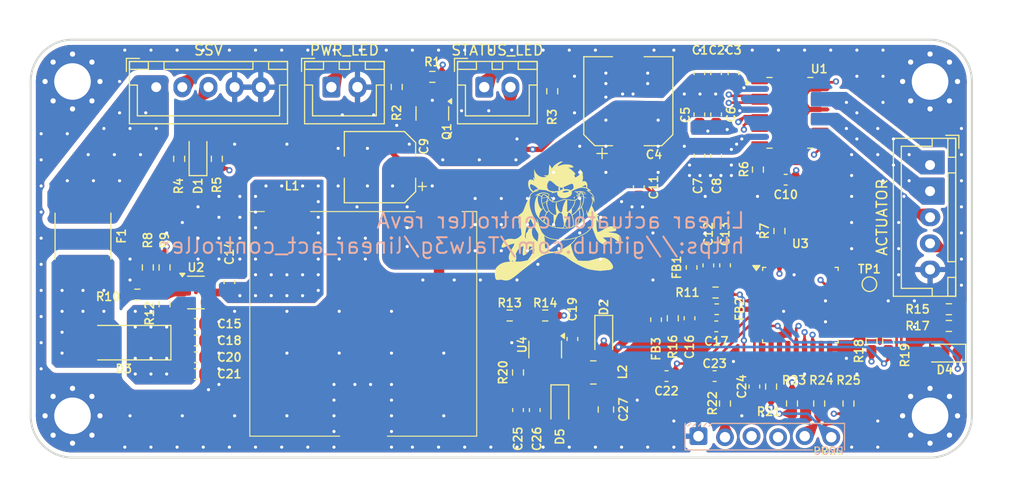
<source format=kicad_pcb>
(kicad_pcb (version 20241229) (generator "pcbnew") (generator_version "9.0")
  (layers (0 "F.Cu" signal) (4 "In1.Cu" signal) (6 "In2.Cu" signal) (2 "B.Cu" signal) (13 "F.Paste" user) (15 "B.Paste" user) (5 "F.SilkS" user "F.Silkscreen") (7 "B.SilkS" user "B.Silkscreen") (1 "F.Mask" user) (3 "B.Mask" user) (25 "Edge.Cuts" user))
  (net 0 "")
  (net 1 "GND")
  (net 2 "CONTROL_POT")
  (net 3 "POSITION_POT")
  (net 4 "Net-(U1-VCP)")
  (net 5 "Net-(U1-VCC)")
  (net 6 "Net-(D3-K)")
  (net 7 "+24V")
  (net 8 "Net-(U2-SW)")
  (net 9 "Net-(D5-K)")
  (net 10 "+3.3VA")
  (net 11 "+3.3V")
  (net 12 "HB_VISEN")
  (net 13 "/uC/3V3_STM")
  (net 14 "Net-(U2-CB)")
  (net 15 "Net-(D2-K)")
  (net 16 "/uC/3V3A_STM")
  (net 17 "Net-(J5-Pin_2)")
  (net 18 "STATUS_LED")
  (net 19 "Net-(FB3-Pad2)")
  (net 20 "Net-(J1-Pin_3)")
  (net 21 "Net-(J2-Pin_1)")
  (net 22 "OUT1")
  (net 23 "OUT2")
  (net 24 "Net-(J3-Pin_1)")
  (net 25 "Net-(J3-Pin_2)")
  (net 26 "Net-(J4-Pin_4)")
  (net 27 "Net-(J5-Pin_4)")
  (net 28 "Net-(J5-Pin_5)")
  (net 29 "PROG_NRST")
  (net 30 "PROG_RX")
  (net 31 "PROG_TX")
  (net 32 "PROG_BOOT0")
  (net 34 "Net-(J5-Pin_6)")
  (net 35 "Net-(U2-EN)")
  (net 36 "Net-(U2-FB)")
  (net 37 "Net-(U1-ISET)")
  (net 38 "HB_nFAULT")
  (net 39 "Net-(U4-FB)")
  (net 40 "Net-(U1-nFAULT)")
  (net 41 "Net-(U4-EN)")
  (net 42 "Net-(U1-VISEN)")
  (net 43 "HB_ENBL")
  (net 44 "HB_nSLEEP")
  (net 45 "HB_DIR")
  (net 61 "VIN")
  (net 63 "Net-(D3-A)")
  (footprint "TestPoint:TestPoint_Pad_D1.0mm" (layer "F.Cu") (at 135.2 103.4)
    (property "Reference" "TP1")
    (property "Value" "DBG")
  )
  (footprint "Resistor_SMD:R_0603_1608Metric_Pad0.98x0.95mm_HandSolder" (layer "F.Cu") (at 133.2 114.825 90)
    (property "Reference" "R25")
    (property "Value" "10")
  )
  (footprint "MountingHole:MountingHole_3.5mm_Pad_Via" (layer "F.Cu") (at 59 116)
    (property "Reference" "H3" (hide yes))
    (property "Value" "MountingHole_Pad")
  )
  (footprint "Inductor_SMD:L_0603_1608Metric_Pad1.05x0.95mm_HandSolder" (layer "F.Cu") (at 114.8 106.8 -90)
    (property "Reference" "FB3")
    (property "Value" "BLM18PG471SN1D")
  )
  (footprint "Diode_SMD:D_SOD-323_HandSoldering" (layer "F.Cu") (at 71 91 90)
    (property "Reference" "D1")
    (property "Value" "3V")
  )
  (footprint "Capacitor_SMD:C_0603_1608Metric_Pad1.08x0.95mm_HandSolder" (layer "F.Cu") (at 103.2 115.45 -90)
    (property "Reference" "C26")
    (property "Value" "100n/100V")
  )
  (footprint "Package_TO_SOT_SMD:SOT-23-6" (layer "F.Cu") (at 70.8 104.2)
    (property "Reference" "U2")
    (property "Value" "LMR51635XDDCR")
  )
  (footprint "Resistor_SMD:R_0603_1608Metric_Pad0.98x0.95mm_HandSolder" (layer "F.Cu") (at 72.8 91.4 90)
    (property "Reference" "R5")
    (property "Value" "10k")
  )
  (footprint "Resistor_SMD:R_0603_1608Metric_Pad0.98x0.95mm_HandSolder" (layer "F.Cu") (at 125.8 113.2 -90)
    (property "Reference" "R21")
    (property "Value" "10k")
  )
  (footprint "Capacitor_SMD:C_0603_1608Metric_Pad1.08x0.95mm_HandSolder" (layer "F.Cu") (at 118 106.6625 -90)
    (property "Reference" "C16")
    (property "Value" "1u")
  )
  (footprint "Capacitor_SMD:C_0603_1608Metric_Pad1.08x0.95mm_HandSolder" (layer "F.Cu") (at 70.8 112)
    (property "Reference" "C21")
    (property "Value" "1u/100V")
  )
  (footprint "Capacitor_SMD:C_0603_1608Metric_Pad1.08x0.95mm_HandSolder" (layer "F.Cu") (at 70.8 108.8)
    (property "Reference" "C18")
    (property "Value" "1u/100V")
  )
  (footprint "Capacitor_SMD:CP_Elec_6.3x5.8" (layer "F.Cu") (at 88.4 92.2 180)
    (property "Reference" "C9")
    (property "Value" "22u/35V")
  )
  (footprint "Resistor_SMD:R_0603_1608Metric_Pad0.98x0.95mm_HandSolder" (layer "F.Cu") (at 90 84.525 -90)
    (property "Reference" "R2")
    (property "Value" "120")
  )
  (footprint "Capacitor_SMD:C_0603_1608Metric_Pad1.08x0.95mm_HandSolder" (layer "F.Cu") (at 120.54 91.0975 -90)
    (property "Reference" "C8")
    (property "Value" "100n/100V")
  )
  (footprint "Inductors:Pulse_PG1083.253NLT" (layer "F.Cu") (at 86.8 107.2 180)
    (property "Reference" "L1")
    (property "Value" "24.5uH")
  )
  (footprint "Capacitor_SMD:C_0603_1608Metric_Pad1.08x0.95mm_HandSolder" (layer "F.Cu") (at 70.8 110.4)
    (property "Reference" "C20")
    (property "Value" "1u/100V")
  )
  (footprint "Capacitor_SMD:C_0603_1608Metric_Pad1.08x0.95mm_HandSolder" (layer "F.Cu") (at 127.2 93.4 180)
    (property "Reference" "C10")
    (property "Value" "1u/100V")
  )
  (footprint "Capacitor_SMD:C_0603_1608Metric_Pad1.08x0.95mm_HandSolder" (layer "F.Cu") (at 120.54 83.2 90)
    (property "Reference" "C2")
    (property "Value" "100n/100V")
  )
  (footprint "Connector_JST:JST_XH_B5B-XH-A_1x05_P2.50mm_Vertical" (layer "F.Cu") (at 141 92 -90)
    (property "Reference" "J4" (hide yes))
    (property "Value" "ACTUATOR")
  )
  (footprint "Resistor_SMD:R_0603_1608Metric_Pad0.98x0.95mm_HandSolder" (layer "F.Cu") (at 69.2 91.4 -90)
    (property "Reference" "R4")
    (property "Value" "75k")
  )
  (footprint "Monolithic_Power_Systems:TSSOP-20-1EP_4.4x6.5mm_P0.65mm_handsolder" (layer "F.Cu") (at 127.6 87)
    (property "Reference" "U1")
    (property "Value" "MP6612")
  )
  (footprint "Connector_JST:JST_XH_B2B-XH-A_1x02_P2.50mm_Vertical" (layer "F.Cu") (at 83.75 84.540031)
    (property "Reference" "J2" (hide yes))
    (property "Value" "PWR_LED")
  )
  (footprint "Diode_SMD:D_SOD-323_HandSoldering" (layer "F.Cu") (at 142.4 110 180)
    (property "Reference" "D4")
    (property "Value" "3V")
  )
  (footprint "Resistor_SMD:R_0603_1608Metric_Pad0.98x0.95mm_HandSolder" (layer "F.Cu") (at 104.2 106.4 180)
    (property "Reference" "R14")
    (property "Value" "124k 1%")
  )
  (footprint "Capacitor_SMD:C_0603_1608Metric_Pad1.08x0.95mm_HandSolder" (layer "F.Cu") (at 122.2 83.2 -90)
    (property "Reference" "C3")
    (property "Value" "1u/100V")
  )
  (footprint "Capacitor_SMD:C_0603_1608Metric_Pad1.08x0.95mm_HandSolder" (layer "F.Cu") (at 115.8 112.2 180)
    (property "Reference" "C22")
    (property "Value" "1u/100V")
  )
  (footprint "Package_QFP:LQFP-32_7x7mm_P0.8mm" (layer "F.Cu") (at 128.6 105.4)
    (property "Reference" "U3")
    (property "Value" "STM32F030K6Tx")
  )
  (footprint "Resistor_SMD:R_0603_1608Metric_Pad0.98x0.95mm_HandSolder" (layer "F.Cu") (at 142.8 107.4 180)
    (property "Reference" "R17")
    (property "Value" "10k")
  )
  (footprint "Resistor_SMD:R_0603_1608Metric_Pad0.98x0.95mm_HandSolder" (layer "F.Cu") (at 137 108.8 90)
    (property "Reference" "R19")
    (property "Value" "10k")
  )
  (footprint "Resistor_SMD:R_0603_1608Metric_Pad0.98x0.95mm_HandSolder" (layer "F.Cu") (at 135.4 108.8 -90)
    (property "Reference" "R18")
    (property "Value" "10")
  )
  (footprint "Resistor_SMD:R_0603_1608Metric_Pad0.98x0.95mm_HandSolder" (layer "F.Cu") (at 126.6 98.3125 90)
    (property "Reference" "R7")
    (property "Value" "10k")
  )
  (footprint "Capacitor_SMD:C_0603_1608Metric_Pad1.08x0.95mm_HandSolder" (layer "F.Cu") (at 106.8 108.65 -90)
    (property "Reference" "C19")
    (property "Value" "100n/100V")
  )
  (footprint "Capacitor_SMD:C_0805_2012Metric_Pad1.18x1.45mm_HandSolder" (layer "F.Cu") (at 110 115.4 -90)
    (property "Reference" "C27")
    (property "Value" "10u/16V")
  )
  (footprint "Resistor_SMD:R_0603_1608Metric_Pad0.98x0.95mm_HandSolder" (layer "F.Cu") (at 120.4875 104.2)
    (property "Reference" "R11")
    (property "Value" "10k")
  )
  (footprint "Capacitor_SMD:C_0603_1608Metric_Pad1.08x0.95mm_HandSolder" (layer "F.Cu") (at 118.94 87.16 -90)
    (property "Reference" "C5")
    (property "Value" "1u/100V")
  )
  (footprint "Resistor_SMD:R_0603_1608Metric_Pad0.98x0.95mm_HandSolder" (layer "F.Cu") (at 121.39 114.825 90)
    (property "Reference" "R22")
    (property "Value" "10")
  )
  (footprint "Resistor_SMD:R_0603_1608Metric_Pad0.98x0.95mm_HandSolder" (layer "F.Cu") (at 93.406486 83.557928)
    (property "Reference" "R1")
    (property "Value" "10k")
  )
  (footprint "Fuse:Fuse_2920_7451Metric_Pad2.10x5.45mm_HandSolder" (layer "F.Cu") (at 60 98.8 -90)
    (property "Reference" "F1")
    (property "Value" "SMD200F/24-2920-2")
  )
  (footprint "MountingHole:MountingHole_3.5mm_Pad_Via" (layer "F.Cu") (at 141 116)
    (property "Reference" "H4" (hide yes))
    (property "Value" "MountingHole_Pad")
  )
  (footprint "Capacitor_SMD:C_0603_1608Metric_Pad1.08x0.95mm_HandSolder" (layer "F.Cu") (at 119.8 101.6 90)
    (property "Reference" "C12")
    (property "Value" "100n/100V")
  )
  (footprint "Resistor_SMD:R_0603_1608Metric_Pad0.98x0.95mm_HandSolder" (layer "F.Cu") (at 116.4 106.6625 90)
    (property "Reference" "R16")
    (property "Value" "10")
  )
  (footprint "Capacitor_SMD:C_0603_1608Metric_Pad1.08x0.95mm_HandSolder" (layer "F.Cu") (at 120.54 87.16 -90)
    (property "Reference" "C6")
    (property "Value" "100n/100V")
  )
  (footprint "Diode_SMD:D_SMA_Handsoldering" (layer "F.Cu") (at 63.9 109 180)
    (property "Reference" "D3")
    (property "Value" "SE30AFBHM3/6A")
  )
  (footprint "Resistor_SMD:R_0603_1608Metric_Pad0.98x0.95mm_HandSolder" (layer "F.Cu") (at 104.871704 84.925 -90)
    (property "Reference" "R3")
    (property "Value" "120")
  )
  (footprint "Resistor_SMD:R_0603_1608Metric_Pad0.98x0.95mm_HandSolder" (layer "F.Cu") (at 101.6 111.85 90)
    (property "Reference" "R20")
    (property "Value" "100k/100V")
  )
  (footprint "Package_TO_SOT_SMD:TSOT-23-6" (layer "F.Cu") (at 104.2 109.65 -90)
    (property "Reference" "U4")
    (property "Value" "MP2459")
  )
  (footprint "Capacitor_SMD:C_0603_1608Metric_Pad1.08x0.95mm_HandSolder" (layer "F.Cu") (at 120.4 112.2 180)
    (property "Reference" "C23")
    (property "Value" "1u/100V")
  )
  (footprint "Resistor_SMD:R_0603_1608Metric_Pad0.98x0.95mm_HandSolder" (layer "F.Cu") (at 67.8 105.3125 90)
    (property "Reference" "R12")
    (property "Value" "100k 0.1%")
  )
  (footprint "Connector_JST:JST_XH_B5B-XH-A_1x05_P2.50mm_Vertical" (layer "F.Cu") (at 67 84.540031)
    (property "Reference" "J1" (hide yes))
    (property "Value" "SSV")
  )
  (footprint "Resistor_SMD:R_0603_1608Metric_Pad0.98x0.95mm_HandSolder" (layer "F.Cu") (at 130.4 114.825 90)
    (property "Reference" "R24")
    (property "Value" "10")
  )
  (footprint "Resistor_SMD:R_0603_1608Metric_Pad0.98x0.95mm_HandSolder" (layer "F.Cu") (at 65.2 104.4 180)
    (property "Reference" "R10")
    (property "Value" "3.48k 0.1%")
  )
  (footprint "connectors:6pins_prog_header" (layer "F.Cu") (at 118.85 118)
    (property "Reference" "J5" (hide yes))
    (property "Value" "PROG")
  )
  (footprint "Capacitor_SMD:C_0603_1608Metric_Pad1.08x0.95mm_HandSolder" (layer "F.Cu") (at 70.8 107.2)
    (property "Reference" "C15")
    (property "Value" "100n/100V")
  )
  (footprint "Inductor_SMD:L_1008_2520Metric_Pad1.43x2.20mm_HandSolder" (layer "F.Cu") (at 108.8 111.85)
    (property "Reference" "L2")
    (property "Value" "22u")
  )
  (footprint "Resistor_SMD:R_0603_1608Metric_Pad0.98x0.95mm_HandSolder" (layer "F.Cu") (at 66.2 101.8 90)
    (property "Reference" "R8")
    (property "Value" "3.48k 0.1%")
  )
  (footprint "Capacitor_SMD:C_0603_1608Metric_Pad1.08x0.95mm_HandSolder" (layer "F.Cu") (at 113.1475 94.125 -90)
    (property "Reference" "C11")
    (property "Value" "10u/35V")
  )
  (footprint "Capacitor_SMD:C_0603_1608Metric_Pad1.08x0.95mm_HandSolder" (layer "F.Cu") (at 121.4 101.6 90)
    (property "Reference" "C13")
    (property "Value" "100n/100V")
  )
  (footprint "Resistor_SMD:R_0603_1608Metric_Pad0.98x0.95mm_HandSolder" (layer "F.Cu") (at 67.8 101.8 -90)
    (property "Reference" "R9")
    (property "Value" "100k 0.1%")
  )
  (footprint "Diode_SMD:D_SOD-323_HandSoldering" (layer "F.Cu") (at 109.8 108.4 -90)
    (property "Reference" "D2")
    (property "Value" "1N4148")
  )
  (footprint "Capacitor_SMD:C_0603_1608Metric_Pad1.08x0.95mm_HandSolder" (layer "F.Cu") (at 124.2 113.2 -90)
    (property "Reference" "C24")
    (property "Value" "DNP")
  )
  (footprint "Capacitor_SMD:C_0603_1608Metric_Pad1.08x0.95mm_HandSolder" (layer "F.Cu") (at 101.6 115.45 -90)
    (property "Reference" "C25")
    (property "Value" "4.7u/35V")
  )
  (footprint "Resistor_SMD:R_0603_1608Metric_Pad0.98x0.95mm_HandSolder" (layer "F.Cu") (at 124.54 92.435 -90)
    (property "Reference" "R6")
    (property "Value" "5k")
  )
  (footprint "Capacitor_SMD:C_0603_1608Metric_Pad1.08x0.95mm_HandSolder" (layer "F.Cu") (at 118.94 83.2 90)
    (property "Reference" "C1")
    (property "Value" "1u/100V")
  )
  (footprint "Resistor_SMD:R_0603_1608Metric_Pad0.98x0.95mm_HandSolder" (layer "F.Cu") (at 100.8 106.4 180)
    (property "Reference" "R13")
    (property "Value" "40.2k 0.1%")
  )
  (footprint "Inductor_SMD:L_0603_1608Metric_Pad1.05x0.95mm_HandSolder" (layer "F.Cu") (at 118.2 101.8 90)
    (property "Reference" "FB1")
    (property "Value" "BLM18PG471SN1D")
  )
  (footprint "Capacitor_SMD:C_0603_1608Metric_Pad1.08x0.95mm_HandSolder" (layer "F.Cu") (at 120.56 107.44 180)
    (property "Reference" "C17")
    (property "Value" "100n/100V")
  )
  (footprint "Inductor_SMD:L_0603_1608Metric_Pad1.05x0.95mm_HandSolder" (layer "F.Cu") (at 120.6 105.8)
    (property "Reference" "FB2")
    (property "Value" "BLM18PG471SN1D")
  )
  (footprint "Diode_SMD:D_SOD-323_HandSoldering" (layer "F.Cu") (at 105.6 115.05 -90)
    (property "Reference" "D5")
    (property "Value" "B5819WS-TP")
  )
  (footprint "Capacitor_SMD:C_0603_1608Metric_Pad1.08x0.95mm_HandSolder" (layer "F.Cu") (at 118.94 91.0975 -90)
    (property "Reference" "C7")
    (property "Value" "1u/100V")
  )
  (footprint "Resistor_SMD:R_0603_1608Metric_Pad0.98x0.95mm_HandSolder" (layer "F.Cu") (at 127.8 114.825 90)
    (property "Reference" "R23")
    (property "Value" "10")
  )
  (footprint "Resistor_SMD:R_0603_1608Metric_Pad0.98x0.95mm_HandSolder" (layer "F.Cu") (at 142.8 105.8)
    (property "Reference" "R15")
    (property "Value" "75k")
  )
  (footprint "Logos:taz" (layer "F.Cu") (at 105.4 97.4)
    (property "Reference" "U5" (hide yes))
    (property "Value" "~" (hide yes))
  )
  (footprint "Capacitor_SMD:CP_Elec_8x10" (layer "F.Cu") (at 112.1475 85.89 90)
    (property "Reference" "C4")
    (property "Value" "100u")
  )
  (footprint "Connector_JST:JST_XH_B2B-XH-A_1x02_P2.50mm_Vertical" (layer "F.Cu") (at 98.371704 84.540031)
    (property "Reference" "J3" (hide yes))
    (property "Value" "STATUS_LED")
  )
  (footprint "Capacitor_SMD:C_0603_1608Metric_Pad1.08x0.95mm_HandSolder" (layer "F.Cu") (at 74 103.2 -90)
    (property "Reference" "C14")
    (property "Value" "100n/100V")
  )
  (footprint "MountingHole:MountingHole_3.5mm_Pad_Via" (layer "F.Cu") (at 141 84)
    (property "Reference" "H2" (hide yes))
    (property "Value" "MountingHole_Pad")
  )
  (footprint "MountingHole:MountingHole_3.5mm_Pad_Via" (layer "F.Cu") (at 59 84)
    (property "Reference" "H1" (hide yes))
    (property "Value" "MountingHole_Pad")
  )
  (footprint "Package_TO_SOT_SMD:SOT-23" (layer "F.Cu") (at 93.405779 87.057928 -90)
    (property "Reference" "Q1")
    (property "Value" "IRLML6344TRPBF")
  )
  (gr_arc (start 55 84) (mid 56.171573 81.171573) (end 59 80) (stroke (width 0.2)) (layer "Edge.Cuts"))
  (gr_arc (start 59 120) (mid 56.171573 118.828427) (end 55 116) (stroke (width 0.2)) (layer "Edge.Cuts"))
  (gr_arc (start 145 116) (mid 143.828427 118.828427) (end 141 120) (stroke (width 0.2)) (layer "Edge.Cuts"))
  (gr_line (start 55 116) (end 55 84) (stroke (width 0.2)) (layer "Edge.Cuts"))
  (gr_line (start 141 120) (end 59 120) (stroke (width 0.2)) (layer "Edge.Cuts"))
  (gr_line (start 145 84) (end 145 116) (stroke (width 0.2)) (layer "Edge.Cuts"))
  (gr_arc (start 141 80) (mid 143.828427 81.171573) (end 145 84) (stroke (width 0.2)) (layer "Edge.Cuts"))
  (gr_line (start 59 80) (end 141 80) (stroke (width 0.2)) (layer "Edge.Cuts"))
  (gr_text "Linear actuator controller revA\nhttps://github.com/Talw3g/linear_act_controller" (at 123.4 100.6 0) (layer "B.SilkS") (effects (font (size 1.5 1.5) (thickness 0.1875)) (justify left bottom mirror)))
  (segment (start 130.4875 86.675) (end 127.925 86.675) (width 0.5) (layer "F.Cu") (net 1))
  (segment (start 130.4875 89.275) (end 129.417 89.275) (width 0.5) (layer "F.Cu") (net 1))
  (segment (start 129.417 89.275) (end 129.4088 89.2832) (width 0.5) (layer "F.Cu") (net 1))
  (segment (start 130.4875 84.725) (end 129.321 84.725) (width 0.5) (layer "F.Cu") (net 1))
  (segment (start 127.925 86.675) (end 127.6 87) (width 0.5) (layer "F.Cu") (net 1))
  (segment (start 129.321 84.725) (end 129.2564 84.6604) (width 0.5) (layer "F.Cu") (net 1))
  (via (at 106.5 81) (size 0.6) (drill 0.3) (layers "F.Cu" "B.Cu") (net 1))
  (via (at 101.4 91.5) (size 0.6) (drill 0.3) (layers "F.Cu" "B.Cu") (net 1))
  (via (at 89.5 114.5) (size 0.6) (drill 0.3) (layers "F.Cu" "B.Cu") (net 1))
  (via (at 119.5 95) (size 0.6) (drill 0.3) (layers "F.Cu" "B.Cu") (net 1))
  (via (at 92.5 103) (size 0.6) (drill 0.3) (layers "F.Cu" "B.Cu") (net 1))
  (via (at 56 101.5) (size 0.6) (drill 0.3) (layers "F.Cu" "B.Cu") (net 1))
  (via (at 56 106.5) (size 0.6) (drill 0.3) (layers "F.Cu" "B.Cu") (net 1))
  (via (at 56 89) (size 0.6) (drill 0.3) (layers "F.Cu" "B.Cu") (net 1))
  (via (at 144 98.5) (size 0.6) (drill 0.3) (layers "F.Cu" "B.Cu") (net 1))
  (via (at 124 81) (size 0.6) (drill 0.3) (layers "F.Cu" "B.Cu") (net 1))
  (via (at 96.5 119) (size 0.6) (drill 0.3) (layers "F.Cu" "B.Cu") (net 1))
  (via (at 124.5 98.5) (size 0.6) (drill 0.3) (layers "F.Cu" "B.Cu") (net 1))
  (via (at 109.5 101) (size 0.6) (drill 0.3) (layers "F.Cu" "B.Cu") (net 1))
  (via (at 79.5 106) (size 0.6) (drill 0.3) (layers "F.Cu" "B.Cu") (net 1))
  (via (at 133.5 100) (size 0.6) (drill 0.3) (layers "F.Cu" "B.Cu") (net 1))
  (via (at 74 119) (size 0.6) (drill 0.3) (layers "F.Cu" "B.Cu") (net 1))
  (via (at 128 102.5) (size 0.6) (drill 0.3) (layers "F.Cu" "B.Cu") (net 1))
  (via (at 90 88.2) (size 0.6) (drill 0.3) (layers "F.Cu" "B.Cu") (net 1))
  (via (at 113 114.5) (size 0.6) (drill 0.3) (layers "F.Cu" "B.Cu") (net 1))
  (via (at 63.5 84) (size 0.6) (drill 0.3) (layers "F.Cu" "B.Cu") (net 1))
  (via (at 87.2 90.4) (size 0.6) (drill 0.3) (layers "F.Cu" "B.Cu") (net 1))
  (via (at 64 119) (size 0.6) (drill 0.3) (layers "F.Cu" "B.Cu") (net 1))
  (via (at 84 117.5) (size 0.6) (drill 0.3) (layers "F.Cu" "B.Cu") (net 1))
  (via (at 84 114.5) (size 0.6) (drill 0.3) (layers "F.Cu" "B.Cu") (net 1))
  (via (at 98 103) (size 0.6) (drill 0.3) (layers "F.Cu" "B.Cu") (net 1))
  (via (at 131.5 112) (size 0.6) (drill 0.3) (layers "F.Cu" "B.Cu") (net 1))
  (via (at 101 109) (size 0.6) (drill 0.3) (layers "F.Cu" "B.Cu") (net 1))
  (via (at 134 81) (size 0.6) (drill 0.3) (layers "F.Cu" "B.Cu") (net 1))
  (via (at 139.5 105) (size 0.6) (drill 0.3) (layers "F.Cu" "B.Cu") (net 1))
  (via (at 107.5 98.5) (size 0.6) (drill 0.3) (layers "F.Cu" "B.Cu") (net 1))
  (via (at 71.5 119) (size 0.6) (drill 0.3) (layers "F.Cu" "B.Cu") (net 1))
  (via (at 75 101) (size 0.6) (drill 0.3) (layers "F.Cu" "B.Cu") (net 1))
  (via (at 87.2 94) (size 0.6) (drill 0.3) (layers "F.Cu" "B.Cu") (net 1))
  (via (at 66.5 119) (size 0.6) (drill 0.3) (layers "F.Cu" "B.Cu") (net 1))
  (via (at 71 101) (size 0.6) (drill 0.3) (layers "F.Cu" "B.Cu") (net 1))
  (via (at 96.5 81) (size 0.6) (drill 0.3) (layers "F.Cu" "B.Cu") (net 1))
  (via (at 120 93) (size 0.6) (drill 0.3) (layers "F.Cu" "B.Cu") (net 1))
  (via (at 86 113) (size 0.6) (drill 0.3) (layers "F.Cu" "B.Cu") (net 1))
  (via (at 69.5 97.5) (size 0.6) (drill 0.3) (layers "F.Cu" "B.Cu") (net 1))
  (via (at 76.5 81) (size 0.6) (drill 0.3) (layers "F.Cu" "B.Cu") (net 1))
  (via (at 73 101) (size 0.6) (drill 0.3) (layers "F.Cu" "B.Cu") (net 1))
  (via (at 76.5 119) (size 0.6) (drill 0.3) (layers "F.Cu" "B.Cu") (net 1))
  (via (at 87 101) (size 0.6) (drill 0.3) (layers "F.Cu" "B.Cu") (net 1))
  (via (at 119.75 88.75) (size 0.6) (drill 0.3) (layers "F.Cu" "B.Cu") (net 1))
  (via (at 109 119) (size 0.6) (drill 0.3) (layers "F.Cu" "B.Cu") (net 1))
  (via (at 86.5 81) (size 0.6) (drill 0.3) (layers "F.Cu" "B.Cu") (net 1))
  (via (at 89.5 113) (size 0.6) (drill 0.3) (layers "F.Cu" "B.Cu") (net 1))
  (via (at 109.5 105) (size 0.6) (drill 0.3) (layers "F.Cu" "B.Cu") (net 1))
  (via (at 109 81) (size 0.6) (drill 0.3) (layers "F.Cu" "B.Cu") (net 1))
  (via (at 112.6 85.2) (size 0.6) (drill 0.3) (layers "F.Cu" "B.Cu") (net 1))
  (via (at 56 109) (size 0.6) (drill 0.3) (layers "F.Cu" "B.Cu") (net 1))
  (via (at 56 96.5) (size 0.6) (drill 0.3) (layers "F.Cu" "B.Cu") (net 1))
  (via (at 81.5 81) (size 0.6) (drill 0.3) (layers "F.Cu" "B.Cu") (net 1))
  (via (at 107 83.5) (size 0.6) (drill 0.3) (layers "F.Cu" "B.Cu") (net 1))
  (via (at 101.5 89.5) (size 0.6) (drill 0.3) (layers "F.Cu" "B.Cu") (net 1))
  (via (at 95.5 103) (size 0.6) (drill 0.3) (layers "F.Cu" "B.Cu") (net 1))
  (via (at 121.5 81) (size 0.6) (drill 0.3) (layers "F.Cu" "B.Cu") (net 1))
  (via (at 144 91) (size 0.6) (drill 0.3) (layers "F.Cu" "B.Cu") (net 1))
  (via (at 110 85.5) (size 0.6) (drill 0.3) (layers "F.Cu" "B.Cu") (net 1))
  (via (at 116.5 119) (size 0.6) (drill 0.3) (layers "F.Cu" "B.Cu") (net 1))
  (via (at 87.5 113) (size 0.6) (drill 0.3) (layers "F.Cu" "B.Cu") (net 1))
  (via (at 87 99) (size 0.6) (drill 0.3) (layers "F.Cu" "B.Cu") (net 1))
  (via (at 79 81) (size 0.6) (drill 0.3) (layers "F.Cu" "B.Cu") (net 1))
  (via (at 144 88.5) (size 0.6) (drill 0.3) (layers "F.Cu" "B.Cu") (net 1))
  (via (at 127 106) (size 0.6) (drill 0.3) (layers "F.Cu" "B.Cu") (net 1))
  (via (at 75 95) (size 0.6) (drill 0.3) (layers "F.Cu" "B.Cu") (net 1))
  (via (at 98.8 86.8) (size 0.6) (drill 0.3) (layers "F.Cu" "B.Cu") (net 1))
  (via (at 66.5 81) (size 0.6) (drill 0.3) (layers "F.Cu" "B.Cu") (net 1))
  (via (at 126.5 81) (size 0.6) (drill 0.3) (layers "F.Cu" "B.Cu") (net 1))
  (via (at 144 93.5) (size 0.6) (drill 0.3) (layers "F.Cu" "B.Cu") (net 1))
  (via (at 84.5 101) (size 0.6) (drill 0.3) (layers "F.Cu" "B.Cu") (net 1))
  (via (at 122 92) (size 0.6) (drill 0.3) (layers "F.Cu" "B.Cu") (net 1))
  (via (at 114.6 81) (size 0.6) (drill 0.3) (layers "F.Cu" "B.Cu") (net 1))
  (via (at 101.5 103) (size 0.6) (drill 0.3) (layers "F.Cu" "B.Cu") (net 1))
  (via (at 118 92) (size 0.6) (drill 0.3) (layers "F.Cu" "B.Cu") (net 1))
  (via (at 133.5 95) (size 0.6) (drill 0.3) (layers "F.Cu" "B.Cu") (net 1))
  (via (at 87.8 87.2) (size 0.6) (drill 0.3) (layers "F.Cu" "B.Cu") (net 1))
  (via (at 136 119) (size 0.6) (drill 0.3) (layers "F.Cu" "B.Cu") (net 1))
  (via (at 101 81) (size 0.6) (drill 0.3) (layers "F.Cu" "B.Cu") (net 1))
  (via (at 104 81) (size 0.6) (drill 0.3) (layers "F.Cu" "B.Cu") (net 1))
  (via (at 133.5 97.5) (size 0.6) (drill 0.3) (layers "F.Cu" "B.Cu") (net 1))
  (via (at 89 81) (size 0.6) (drill 0.3) (layers "F.Cu" "B.Cu") (net 1))
  (via (at 89.5 117.5) (size 0.6) (drill 0.3) (layers "F.Cu" "B.Cu") (net 1))
  (via (at 86.2 96) (size 0.6) (drill 0.3) (layers "F.Cu" "B.Cu") (net 1))
  (via (at 84.4 94) (size 0.6) (drill 0.3) (layers "F.Cu" "B.Cu") (net 1))
  (via (at 136.5 86) (size 0.6) (drill 0.3) (layers "F.Cu" "B.Cu") (net 1))
  (via (at 71 99) (size 0.6) (drill 0.3) (layers "F.Cu" "B.Cu") (net 1))
  (via (at 84.5 99) (size 0.6) (drill 0.3) (layers "F.Cu" "B.Cu") (net 1))
  (via (at 139.5 107.5) (size 0.6) (drill 0.3) (layers "F.Cu" "B.Cu") (net 1))
  (via (at 56 111.5) (size 0.6) (drill 0.3) (layers "F.Cu" "B.Cu") (net 1))
  (via (at 91.2 90) (size 0.6) (drill 0.3) (layers "F.Cu" "B.Cu") (net 1))
  (via (at 84.8 87.2) (size 0.6) (drill 0.3) (layers "F.Cu" "B.Cu") (net 1))
  (via (at 73 113) (size 0.6) (drill 0.3) (layers "F.Cu" "B.Cu") (net 1))
  (via (at 122.2 110.8) (size 0.6) (drill 0.3) (layers "F.Cu" "B.Cu") (net 1))
  (via (at 91.5 119) (size 0.6) (drill 0.3) (layers "F.Cu" "B.Cu") (net 1))
  (via (at 68 98.5) (size 0.6) (drill 0.3) (layers "F.Cu" "B.Cu") (net 1))
  (via (at 133.5 91) (size 0.6) (drill 0.3) (layers "F.Cu" "B.Cu") (net 1))
  (via (at 113.5 96) (size 0.6) (drill 0.3) (layers "F.Cu" "B.Cu") (net 1))
  (via (at 73 108.5) (size 0.6) (drill 0.3) (layers "F.Cu" "B.Cu") (net 1))
  (via (at 133.5 119) (size 0.6) (drill 0.3) (layers "F.Cu" "B.Cu") (net 1))
  (via (at 133 110.5) (size 0.6) (drill 0.3) (layers "F.Cu" "B.Cu") (net 1))
  (via (at 107 87) (size 0.6) (drill 0.3) (layers "F.Cu" "B.Cu") (net 1))
  (via (at 84 113) (size 0.6) (drill 0.3) (layers "F.Cu" "B.Cu") (net 1))
  (via (at 131.5 81) (size 0.6) (drill 0.3) (layers "F.Cu" "B.Cu") (net 1))
  (via (at 144 101) (size 0.6) (drill 0.3) (layers "F.Cu" "B.Cu") (net 1))
  (via (at 94 81) (size 0.6) (drill 0.3) (layers "F.Cu" "B.Cu") (net 1))
  (via (at 131 107) (size 0.6) (drill 0.3) (layers "F.Cu" "B.Cu") (net 1))
  (via (at 64.5 103) (size 0.6) (drill 0.3) (layers "F.Cu" "B.Cu") (net 1))
  (via (at 106.5 119) (size 0.6) (drill 0.3) (layers "F.Cu" "B.Cu") (net 1))
  (via (at 134 83.5) (size 0.6) (drill 0.3) (layers "F.Cu" "B.Cu") (net 1))
  (via (at 110 83.2) (size 0.6) (drill 0.3) (layers "F.Cu" "B.Cu") (net 1))
  (via (at 110 84.2) (size 0.6) (drill 0.3) (layers "F.Cu" "B.Cu") (net 1))
  (via (at 114 119) (size 0.6) (drill 0.3) (layers "F.Cu" "B.Cu") (net 1))
  (via (at 84.5 110) (size 0.6) (drill 0.3) (layers "F.Cu" "B.Cu") (net 1))
  (via (at 111.6 85.2) (size 0.6) (drill 0.3) (layers "F.Cu" "B.Cu") (net 1))
  (via (at 122 93) (size 0.6) (drill 0.3) (layers "F.Cu" "B.Cu") (net 1))
  (via (at 94.5 116) (size 0.6) (drill 0.3) (layers "F.Cu" "B.Cu") (net 1))
  (via (at 119 81) (size 0.6) (drill 0.3) (layers "F.Cu" "B.Cu") (net 1))
  (via (at 73 107) (size 0.6) (drill 0.3) (layers "F.Cu" "B.Cu") (net 1))
  (via (at 109.5 97) (size 0.6) (drill 0.3) (layers "F.Cu" "B.Cu") (net 1))
  (via (at 74.5 90) (size 0.6) (drill 0.3) (layers "F.Cu" "B.Cu") (net 1))
  (via (at 74 81) (size 0.6) (drill 0.3) (layers "F.Cu" "B.Cu") (net 1))
  (via (at 136.5 93.5) (size 0.6) (drill 0.3) (layers "F.Cu" "B.Cu") (net 1))
  (via (at 73 111.5) (size 0.6) (drill 0.3) (layers "F.Cu" "B.Cu") (net 1))
  (via (at 103.5 101.5) (size 0.6) (drill 0.3) (layers "F.Cu" "B.Cu") (net 1))
  (via (at 73 99) (size 0.6) (drill 0.3) (layers "F.Cu" "B.Cu") (net 1))
  (via (at 79 119) (size 0.6) (drill 0.3) (layers "F.Cu" "B.Cu") (net 1))
  (via (at 84.4 90.4) (size 0.6) (drill 0.3) (layers "F.Cu" "B.Cu") (net 1))
  (via (at 89.5 106) (size 0.6) (drill 0.3) (layers "F.Cu" "B.Cu") (net 1))
  (via (at 119.5 98.5) (size 0.6) (drill 0.3) (layers "F.Cu" "B.Cu") (net 1))
  (via (at 114.5 103) (size 0.6) (drill 0.3) (layers "F.Cu" "B.Cu") (net 1))
  (via (at 114.5 98.5) (size 0.6) (drill 0.3) (layers "F.Cu" "B.Cu") (net 1))
  (via (at 99 119) (size 0.6) (drill 0.3) (layers "F.Cu" "B.Cu") (net 1))
  (via (at 124.5 95) (size 0.6) (drill 0.3) (layers "F.Cu" "B.Cu") (net 1))
  (via (at 56 91.5) (size 0.6) (drill 0.3) (layers "F.Cu" "B.Cu") (net 1))
  (via (at 94.4 91.5) (size 0.6) (drill 0.3) (layers "F.Cu" "B.Cu") (net 1))
  (via (at 116.5 116.5) (size 0.6) (drill 0.3) (layers "F.Cu" "B.Cu") (net 1))
  (via (at 56 99) (size 0.6) (drill 0.3) (layers "F.Cu" "B.Cu") (net 1))
  (via (at 94.5 110) (size 0.6) (drill 0.3) (layers "F.Cu" "B.Cu") (net 1))
  (via (at 89.5 119) (size 0.6) (drill 0.3) (layers "F.Cu" "B.Cu") (net 1))
  (via (at 144 103.5) (size 0.6) (drill 0.3) (layers "F.Cu" "B.Cu") (net 1))
  (via (at 75 99) (size 0.6) (drill 0.3) (layers "F.Cu" "B.Cu") (net 1))
  (via (at 111.5 119) (size 0.6) (drill 0.3) (layers "F.Cu" "B.Cu") (net 1))
  (via (at 64.5 116) (size 0.6) (drill 0.3) (layers "F.Cu" "B.Cu") (net 1))
  (via (at 131 105) (size 0.6) (drill 0.3) (layers "F.Cu" "B.Cu") (net 1))
  (via (at 144 96) (size 0.6) (drill 0.3) (layers "F.Cu" "B.Cu") (net 1))
  (via (at 84 116) (size 0.6) (drill 0.3) (layers "F.Cu" "B.Cu") (net 1))
  (via (at 81.5 119) (size 0.6) (drill 0.3) (layers "F.Cu" "B.Cu") (net 1))
  (via (at 73 95) (size 0.6) (drill 0.3) (layers "F.Cu" "B.Cu") (net 1))
  (via (at 137 105) (size 0.6) (drill 0.3) (layers "F.Cu" "B.Cu") (net 1))
  (via (at 58.5 89) (size 0.6) (drill 0.3) (layers "F.Cu" "B.Cu") (net 1))
  (via (at 84 81) (size 0.6) (drill 0.3) (layers "F.Cu" "B.Cu") (net 1))
  (via (at 64 81) (size 0.6) (drill 0.3) (layers "F.Cu" "B.Cu") (net 1))
  (via (at 97.9 91.5) (size 0.6) (drill 0.3) (layers "F.Cu" "B.Cu") (net 1))
  (via (at 72 113.5) (size 0.6) (drill 0.3) (layers "F.Cu" "B.Cu") (net 1))
  (via (at 134 112) (size 0.6) (drill 0.3) (layers "F.Cu" "B.Cu") (net 1))
  (via (at 79.5 116) (size 0.6) (drill 0.3) (layers "F.Cu" "B.Cu") (net 1))
  (via (at 101.5 119) (size 0.6) (drill 0.3) (layers "F.Cu" "B.Cu") (net 1))
  (via (at 136.5 81) (size 0.6) (drill 0.3) (layers "F.Cu" "B.Cu") (net 1))
  (via (at 71.5 81) (size 0.6) (drill 0.3) (layers "F.Cu" "B.Cu") (net 1))
  (via (at 93.405779 85.8) (size 0.6) (drill 0.3) (layers "F.Cu" "B.Cu") (net 1))
  (via (at 136 116.5) (size 0.6) (drill 0.3) (layers "F.Cu" "B.Cu") (net 1))
  (via (at 118 93) (size 0.6) (drill 0.3) (layers "F.Cu" "B.Cu") (net 1))
  (via (at 71 96) (size 0.6) (drill 0.3) (layers "F.Cu" "B.Cu") (net 1))
  (via (at 129 81) (size 0.6) (drill 0.3) (layers "F.Cu" "B.Cu") (net 1))
  (via (at 75 97) (size 0.6) (drill 0.3) (layers "F.Cu" "B.Cu") (net 1))
  (via (at 119 93) (size 0.6) (drill 0.3) (layers "F.Cu" "B.Cu") (net 1))
  (via (at 69.5 116) (size 0.6) (drill 0.3) (layers "F.Cu" "B.Cu") (net 1))
  (via (at 111.5 95.5) (size 0.6) (drill 0.3) (layers "F.Cu" "B.Cu") (net 1))
  (via (at 74.5 116) (size 0.6) (drill 0.3) (layers "F.Cu" "B.Cu") (net 1))
  (via (at 91.5 81) (size 0.6) (drill 0.3) (layers "F.Cu" "B.Cu") (net 1))
  (via (at 138.5 95) (size 0.6) (drill 0.3) (layers "F.Cu" "B.Cu") (net 1))
  (via (at 73 97) (size 0.6) (drill 0.3) (layers "F.Cu" "B.Cu") (net 1))
  (via (at 94 119) (size 0.6) (drill 0.3) (layers "F.Cu" "B.Cu") (net 1))
  (via (at 133.5 93) (size 0.6) (drill 0.3) (layers "F.Cu" "B.Cu") (net 1))
  (via (at 125 116) (size 0.6) (drill 0.3) (layers "F.Cu" "B.Cu") (net 1))
  (via (at 56 94) (size 0.6) (drill 0.3) (layers "F.Cu" "B.Cu") (net 1))
  (via (at 74.5 106) (size 0.6) (drill 0.3) (layers "F.Cu" "B.Cu") (net 1))
  (via (at 99 81) (size 0.6) (drill 0.3) (layers "F.Cu" "B.Cu") (net 1))
  (via (at 96.2 86.8) (size 0.6) (drill 0.3) (layers "F.Cu" "B.Cu") (net 1))
  (via (at 84 119) (size 0.6) (drill 0.3) (layers "F.Cu" "B.Cu") (net 1))
  (via (at 138 102.5) (size 0.6) (drill 0.3) (layers "F.Cu" "B.Cu") (net 1))
  (via (at 89.5 116) (size 0.6) (drill 0.3) (layers "F.Cu" "B.Cu") (net 1))
  (via (at 138 97.5) (size 0.6) (drill 0.3) (layers "F.Cu" "B.Cu") (net 1))
  (via (at 114 84.2) (size 0.6) (drill 0.3) (layers "F.Cu" "B.Cu") (net 1))
  (via (at 79.5 110) (size 0.6) (drill 0.3) (layers "F.Cu" "B.Cu") (net 1))
  (via (at 136.5 83.5) (size 0.6) (drill 0.3) (layers "F.Cu" "B.Cu") (net 1))
  (via (at 73 110) (size 0.6) (drill 0.3) (layers "F.Cu" "B.Cu") (net 1))
  (via (at 123 116) (size 0.6) (drill 0.3) (layers "F.Cu" "B.Cu") (net 1))
  (via (at 105.5 100) (size 0.6) (drill 0.3) (layers "F.Cu" "B.Cu") (net 1))
  (via (at 79.5 90) (size 0.6) (drill 0.3) (layers "F.Cu" "B.Cu") (net 1))
  (via (at 116.5 81) (size 0.6) (drill 0.3) (layers "F.Cu" "B.Cu") (net 1))
  (via (at 69 81) (size 0.6) (drill 0.3) (layers "F.Cu" "B.Cu") (net 1))
  (via (at 69 119) (size 0.6) (drill 0.3) (layers "F.Cu" "B.Cu") (net 1))
  (via (at 56 104) (size 0.6) (drill 0.3) (layers "F.Cu" "B.Cu") (net 1))
  (via (at 138 100) (size 0.6) (drill 0.3) (layers "F.Cu" "B.Cu") (net 1))
  (via (at 121 93) (size 0.6) (drill 0.3) (layers "F.Cu" "B.Cu") (net 1))
  (via (at 112.5 96) (size 0.6) (drill 0.3) (layers "F.Cu" "B.Cu") (net 1))
  (via (at 84.5 106) (size 0.6) (drill 0.3) (layers "F.Cu" "B.Cu") (net 1))
  (via (at 64.5 101) (size 0.6) (drill 0.3) (layers "F.Cu" "B.Cu") (net 1))
  (via (at 104 119) (size 0.6) (drill 0.3) (layers "F.Cu" "B.Cu") (net 1))
  (via (at 129 112) (size 0.6) (drill 0.3) (layers "F.Cu" "B.Cu") (net 1))
  (via (at 121.6 88.6) (size 0.6) (drill 0.3) (layers "F.Cu" "B.Cu") (net 1))
  (via (at 89.5 110) (size 0.6) (drill 0.3) (layers "F.Cu" "B.Cu") (net 1))
  (via (at 114 83.2) (size 0.6) (drill 0.3) (layers "F.Cu" "B.Cu") (net 1))
  (segment (start 119.20349 111) (end 123.60349 106.6) (width 0.25) (layer "F.Cu") (net 2))
  (segment (start 70.9375 92.3125) (end 71 92.25) (width 0.25) (layer "F.Cu") (net 2))
  (segment (start 72.8 92.3125) (end 73.8125 92.3125) (width 0.25) (layer "F.Cu") (net 2))
  (segment (start 71 92.25) (end 72.7375 92.25) (width 0.25) (layer "F.Cu") (net 2))
  (segment (start 116.8 111) (end 119.20349 111) (width 0.25) (layer "F.Cu") (net 2))
  (segment (start 123.60349 106.6) (end 124.425 106.6) (width 0.25) (layer "F.Cu") (net 2))
  (segment (start 73.8125 92.3125) (end 74 92.5) (width 0.25) (layer "F.Cu") (net 2))
  (segment (start 69.2 92.3125) (end 70.9375 92.3125) (width 0.25) (layer "F.Cu") (net 2))
  (segment (start 116.6625 112.2) (end 116.6625 111.1375) (width 0.25) (layer "F.Cu") (net 2))
  (segment (start 116.6625 111.1375) (end 116.8 111) (width 0.25) (layer "F.Cu") (net 2))
  (segment (start 72.7375 92.25) (end 72.8 92.3125) (width 0.25) (layer "F.Cu") (net 2))
  (via (at 74 92.5) (size 0.6) (drill 0.3) (layers "F.Cu" "B.Cu") (net 2))
  (via (at 116.8 111) (size 0.6) (drill 0.3) (layers "F.Cu" "B.Cu") (net 2))
  (segment (start 143.7125 109.1375) (end 143.7125 107.4) (width 0.25) (layer "F.Cu") (net 3))
  (segment (start 143.65 109.2) (end 143.7125 109.1375) (width 0.25) (layer "F.Cu") (net 3))
  (segment (start 126.425 107.4) (end 124.425 107.4) (width 0.25) (layer "F.Cu") (net 3))
  (segment (start 121.2625 112.2) (end 121.2625 109.812501) (width 0.25) (layer "F.Cu") (net 3))
  (segment (start 143.65 110.35) (end 143.65 109.2) (width 0.25) (layer "F.Cu") (net 3))
  (segment (start 143.7125 105.8) (end 143.7125 107.4) (width 0.25) (layer "F.Cu") (net 3))
  (segment (start 123.675001 107.4) (end 124.425 107.4) (width 0.25) (layer "F.Cu") (net 3))
  (segment (start 143.649926 111.5) (end 143.649926 110.350074) (width 0.25) (layer "F.Cu") (net 3))
  (segment (start 143.649926 110.350074) (end 143.65 110.35) (width 0.25) (layer "F.Cu") (net 3))
  (segment (start 121.2625 109.812501) (end 123.675001 107.4) (width 0.25) (layer "F.Cu") (net 3))
  (via (at 143.649926 111.5) (size 0.6) (drill 0.3) (layers "F.Cu" "B.Cu") (net 3))
  (via (at 126.425 107.4) (size 0.6) (drill 0.3) (layers "F.Cu" "B.Cu") (net 3))
  (segment (start 143.649926 110.449926) (end 142.1615 108.9615) (width 0.25) (layer "B.Cu") (net 3))
  (segment (start 142.1615 108.9615) (end 127.9865 108.9615) (width 0.25) (layer "B.Cu") (net 3))
  (segment (start 127.9865 108.9615) (end 126.425 107.4) (width 0.25) (layer "B.Cu") (net 3))
  (segment (start 143.649926 111.5) (end 143.649926 110.449926) (width 0.25) (layer "B.Cu") (net 3))
  (segment (start 123.0145 82.3375) (end 124.7 84.023) (width 0.5) (layer "F.Cu") (net 4))
  (segment (start 122.2 82.3375) (end 123.0145 82.3375) (width 0.5) (layer "F.Cu") (net 4))
  (segment (start 122.721455 87.878545) (end 123.275 87.325) (width 0.25) (layer "F.Cu") (net 5))
  (segment (start 128.2 93.2625) (end 128.0625 93.4) (width 0.25) (layer "F.Cu") (net 5))
  (segment (start 122.664004 87.878545) (end 122.721455 87.878545) (width 0.25) (layer "F.Cu") (net 5))
  (segment (start 128.2 92.500002) (end 128.2 93.2625) (width 0.25) (layer "F.Cu") (net 5))
  (segment (start 123.275 87.325) (end 124.7125 87.325) (width 0.25) (layer "F.Cu") (net 5))
  (via (at 128.2 92.500002) (size 0.6) (drill 0.3) (layers "F.Cu" "B.Cu") (net 5))
  (via (at 122.664004 87.878545) (size 0.6) (drill 0.3) (layers "F.Cu" "B.Cu") (net 5))
  (via (at 66.5 107.5) (size 0.6) (drill 0.3) (layers "F.Cu" "B.Cu") (net 6))
  (via (at 66.5 110.5) (size 0.6) (drill 0.3) (layers "F.Cu" "B.Cu") (net 6))
  (via (at 65 106) (size 0.6) (drill 0.3) (layers "F.Cu" "B.Cu") (net 6))
  (via (at 66.5 112) (size 0.6) (drill 0.3) (layers "F.Cu" "B.Cu") (net 6))
  (via (at 65 110.5) (size 0.6) (drill 0.3) (layers "F.Cu" "B.Cu") (net 6))
  (via (at 66.5 106) (size 0.6) (drill 0.3) (layers "F.Cu" "B.Cu") (net 6))
  (via (at 68 112) (size 0.6) (drill 0.3) (layers "F.Cu" "B.Cu") (net 6))
  (via (at 68 107.5) (size 0.6) (drill 0.3) (layers "F.Cu" "B.Cu") (net 6))
  (via (at 68 110.5) (size 0.6) (drill 0.3) (layers "F.Cu" "B.Cu") (net 6))
  (via (at 65 112) (size 0.6) (drill 0.3) (layers "F.Cu" "B.Cu") (net 6))
  (via (at 65 107.5) (size 0.6) (drill 0.3) (layers "F.Cu" "B.Cu") (net 6))
  (segment (start 88.186925 89.449) (end 90.937925 92.2) (width 0.5) (layer "F.Cu") (net 7))
  (segment (start 101.6 112.7625) (end 94.05 105.2125) (width 1) (layer "F.Cu") (net 7))
  (segment (start 116.3465 96.4615) (end 113.1475 93.2625) (width 0.5) (layer "F.Cu") (net 7))
  (segment (start 84.849 89.449) (end 88.186925 89.449) (width 0.5) (layer "F.Cu") (net 7))
  (segment (start 123.35 89.5) (end 123.575 89.275) (width 0.5) (layer "F.Cu") (net 7))
  (segment (start 71.440031 82.6) (end 78 82.6) (width 0.5) (layer "F.Cu") (net 7))
  (segment (start 124.7125 84.725) (end 123.325 84.725) (width 0.5) (layer "F.Cu") (net 7))
  (segment (start 123.325 84.725) (end 123.2 84.6) (width 0.5) (layer "F.Cu") (net 7))
  (segment (start 94.05 105.2125) (end 94.05 97.95) (width 1) (layer "F.Cu") (net 7))
  (segment (start 67.8 100) (end 68 99.8) (width 0.25) (layer "F.Cu") (net 7))
  (segment (start 124.7125 86.675) (end 122.925 86.675) (width 0.5) (layer "F.Cu") (net 7))
  (segment (start 141.6 96.8) (end 141.2615 96.4615) (width 0.5) (layer "F.Cu") (net 7))
  (segment (start 123 89.5) (end 123.35 89.5) (width 0.5) (layer "F.Cu") (net 7))
  (segment (start 123.575 89.275) (end 124.7125 89.275) (width 0.5) (layer "F.Cu") (net 7))
  (segment (start 67.8 100.8875) (end 67.8 100) (width 0.25) (layer "F.Cu") (net 7))
  (segment (start 90.937925 92.2) (end 91.1 92.2) (width 0.5) (layer "F.Cu") (net 7))
  (segment (start 78 82.6) (end 84.849 89.449) (width 0.5) (layer "F.Cu") (net 7))
  (segment (start 122.925 86.675) (end 122.8 86.8) (width 0.5) (layer "F.Cu") (net 7))
  (segment (start 69.5 84.540031) (end 71.440031 82.6) (width 0.5) (layer "F.Cu") (net 7))
  (segment (start 141.2615 96.4615) (end 116.3465 96.4615) (width 0.5) (layer "F.Cu") (net 7))
  (via (at 105 97.7) (size 0.6) (drill 0.3) (layers "F.Cu" "B.Cu") (net 7))
  (via (at 110 92.7) (size 0.6) (drill 0.3) (layers "F.Cu" "B.Cu") (net 7))
  (via (at 97.5 100.2) (size 0.6) (drill 0.3) (layers "F.Cu" "B.Cu") (net 7))
  (via (at 102.5 97.7) (size 0.6) (drill 0.3) (layers "F.Cu" "B.Cu") (net 7))
  (via (at 107.5 90.2) (size 0.6) (drill 0.3) (layers "F.Cu" "B.Cu") (net 7))
  (via (at 105 92.7) (size 0.6) (drill 0.3) (layers "F.Cu" "B.Cu") (net 7))
  (via (at 89.6 94) (size 0.6) (drill 0.3) (layers "F.Cu" "B.Cu") (net 7))
  (via (at 107.5 95.2) (size 0.6) (drill 0.3) (layers "F.Cu" "B.Cu") (net 7))
  (via (at 97.5 95.2) (size 0.6) (drill 0.3) (layers "F.Cu" "B.Cu") (net 7))
  (via (at 93.4 94) (size 0.6) (drill 0.3) (layers "F.Cu" "B.Cu") (net 7))
  (via (at 123 89.5) (size 0.6) (drill 0.3) (layers "F.Cu" "B.Cu") (net 7))
  (via (at 91 96) (size 0.6) (drill 0.3) (layers "F.Cu" "B.Cu") (net 7))
  (via (at 100 97.7) (size 0.6) (drill 0.3) (layers "F.Cu" "B.Cu") (net 7))
  (via (at 123.2 84.6) (size 0.6) (drill 0.3) (layers "F.Cu" "B.Cu") (net 7))
  (via (at 91 99.8) (size 0.6) (drill 0.3) (layers "F.Cu" "B.Cu") (net 7))
  (via (at 68 99.8) (size 0.6) (drill 0.3) (layers "F.Cu" "B.Cu") (net 7))
  (via (at 105 95.2) (size 0.6) (drill 0.3) (layers "F.Cu" "B.Cu") (net 7))
  (via (at 115 92.7) (size 0.6) (drill 0.3) (layers "F.Cu" "B.Cu") (net 7))
  (via (at 107.5 92.7) (size 0.6) (drill 0.3) (layers "F.Cu" "B.Cu") (net 7))
  (via (at 122.5 90) (size 0.6) (drill 0.3) (layers "F.Cu" "B.Cu") (net 7))
  (via (at 100 95.2) (size 0.6) (drill 0.3) (layers "F.Cu" "B.Cu") (net 7))
  (via (at 110 87.7) (size 0.6) (drill 0.3) (layers "F.Cu" "B.Cu") (net 7))
  (via (at 102.5 95.2) (size 0.6) (drill 0.3) (layers "F.Cu" "B.Cu") (net 7))
  (via (at 117.5 87.7) (size 0.6) (drill 0.3) (layers "F.Cu" "B.Cu") (net 7))
  (via (at 122 90.5) (size 0.6) (drill 0.3) (layers "F.Cu" "B.Cu") (net 7))
  (via (at 119 85.2) (size 0.6) (drill 0.3) (layers "F.Cu" "B.Cu") (net 7))
  (via (at 97.5 97.7) (size 0.6) (drill 0.3) (layers "F.Cu" "B.Cu") (net 7))
  (via (at 117.5 85.2) (size 0.6) (drill 0.3) (layers "F.Cu" "B.Cu") (net 7))
  (via (at 122.8 86.8) (size 0.6) (drill 0.3) (layers "F.Cu" "B.Cu") (net 7))
  (via (at 117.5 90.2) (size 0.6) (drill 0.3) (layers "F.Cu" "B.Cu") (net 7))
  (via (at 110 90.2) (size 0.6) (drill 0.3) (layers "F.Cu" "B.Cu") (net 7))
  (via (at 115 87.7) (size 0.6) (drill 0.3) (layers "F.Cu" "B.Cu") (net 7))
  (via (at 115 90.2) (size 0.6) (drill 0.3) (layers "F.Cu" "B.Cu") (net 7))
  (via (at 120.5 85.2) (size 0.6) (drill 0.3) (layers "F.Cu" "B.Cu") (net 7))
  (via (at 100 100.2) (size 0.6) (drill 0.3) (layers "F.Cu" "B.Cu") (net 7))
  (via (at 102.5 100.2) (size 0.6) (drill 0.3) (layers "F.Cu" "B.Cu") (net 7))
  (via (at 91 98) (size 0.6) (drill 0.3) (layers "F.Cu" "B.Cu") (net 7))
  (segment (start 73.8625 104.2) (end 74 104.0625) (width 0.75) (layer "F.Cu") (net 8))
  (segment (start 71.9375 104.2) (end 73.8625 104.2) (width 0.75) (layer "F.Cu") (net 8))
  (via (at 81 102.5) (size 0.6) (drill 0.3) (layers "F.Cu" "B.Cu") (net 8))
  (via (at 76.5 104.5) (size 0.6) (drill 0.3) (layers "F.Cu" "B.Cu") (net 8))
  (via (at 79 94) (size 0.6) (drill 0.3) (layers "F.Cu" "B.Cu") (net 8))
  (via (at 78 104.5) (size 0.6) (drill 0.3) (layers "F.Cu" "B.Cu") (net 8))
  (via (at 75 104.5) (size 0.6) (drill 0.3) (layers "F.Cu" "B.Cu") (net 8))
  (via (at 78 102.5) (size 0.6) (drill 0.3) (layers "F.Cu" "B.Cu") (net 8))
  (via (at 82.5 104) (size 0.6) (drill 0.3) (layers "F.Cu" "B.Cu") (net 8))
  (via (at 77.5 94) (size 0.6) (drill 0.3) (layers "F.Cu" "B.Cu") (net 8))
  (via (at 76.5 101) (size 0.6) (drill 0.3) (layers "F.Cu" "B.Cu") (net 8))
  (via (at 82.5 101) (size 0.6) (drill 0.3) (layers "F.Cu" "B.Cu") (net 8))
  (via (at 79.5 102.5) (size 0.6) (drill 0.3) (layers "F.Cu" "B.Cu") (net 8))
  (via (at 76.5 98) (size 0.6) (drill 0.3) (layers "F.Cu" "B.Cu") (net 8))
  (via (at 81 104.5) (size 0.6) (drill 0.3) (layers "F.Cu" "B.Cu") (net 8))
  (via (at 76.5 102.5) (size 0.6) (drill 0.3) (layers "F.Cu" "B.Cu") (net 8))
  (via (at 79.5 104.5) (size 0.6) (drill 0.3) (layers "F.Cu" "B.Cu") (net 8))
  (via (at 81 94) (size 0.6) (drill 0.3) (layers "F.Cu" "B.Cu") (net 8))
  (via (at 82.5 97) (size 0.6) (drill 0.3) (layers "F.Cu" "B.Cu") (net 8))
  (via (at 82.5 98.5) (size 0.6) (drill 0.3) (layers "F.Cu" "B.Cu") (net 8))
  (via (at 76.5 95) (size 0.6) (drill 0.3) (layers "F.Cu" "B.Cu") (net 8))
  (via (at 76.5 96.5) (size 0.6) (drill 0.3) (layers "F.Cu" "B.Cu") (net 8))
  (via (at 82.5 102.5) (size 0.6) (drill 0.3) (layers "F.Cu" "B.Cu") (net 8))
  (via (at 82.5 95.5) (size 0.6) (drill 0.3) (layers "F.Cu" "B.Cu") (net 8))
  (via (at 82.5 94) (size 0.6) (drill 0.3) (layers "F.Cu" "B.Cu") (net 8))
  (segment (start 105.6 113.8) (end 105.775 113.8) (width 0.75) (layer "F.Cu") (net 9))
  (segment (start 119.7625 105.75) (end 119.8125 105.8) (width 0.75) (layer "F.Cu") (net 10))
  (segment (start 116.4 105.75) (end 119.7625 105.75) (width 0.75) (layer "F.Cu") (net 10))
  (segment (start 137 110.6) (end 136.6 111) (width 0.25) (layer "F.Cu") (net 11))
  (segment (start 111.2125 109.4125) (end 114.6125 106.0125) (width 0.75) (layer "F.Cu") (net 11))
  (segment (start 91.249 84.8615) (end 91.249 87.449) (width 0.5) (layer "F.Cu") (net 11))
  (segment (start 103.805266 90.5) (end 103 90.5) (width 0.5) (layer "F.Cu") (net 11))
  (segment (start 115.6 104.8) (end 117.8125 102.5875) (width 0.75) (layer "F.Cu") (net 11))
  (segment (start 114.8 106.0125) (end 114.8 105.6) (width 0.75) (layer "F.Cu") (net 11))
  (segment (start 105.1125 106.4) (end 106 106.4) (width 0.25) (layer "F.Cu") (net 11))
  (segment (start 109.875 110.75) (end 111.2125 109.4125) (width 0.75) (layer "F.Cu") (net 11))
  (segment (start 104.871704 84.0125) (end 105.4125 84.0125) (width 0.5) (layer "F.Cu") (net 11))
  (segment (start 105.8 88.505266) (end 103.805266 90.5) (width 0.5) (layer "F.Cu") (net 11))
  (segment (start 110 114.4375) (end 110 111.975) (width 0.75) (layer "F.Cu") (net 11))
  (segment (start 137 109.7125) (end 137 110.6) (width 0.25) (layer "F.Cu") (net 11))
  (segment (start 114.8 105.6) (end 115.6 104.8) (width 0.75) (layer "F.Cu") (net 11))
  (segment (start 94.3 90.5) (end 103 90.5) (width 0.5) (layer "F.Cu") (net 11))
  (segment (start 109.8 109.65) (end 109.8 111.775) (width 1) (layer "F.Cu") (net 11))
  (segment (start 119.575 104.2) (end 116.2 104.2) (width 0.75) (layer "F.Cu") (net 11))
  (segment (start 91.249 87.449) (end 94.3 90.5) (width 0.5) (layer "F.Cu") (net 11))
  (segment (start 90 83.6125) (end 91.249 84.8615) (width 0.5) (layer "F.Cu") (net 11))
  (segment (start 109.875 111.85) (end 109.875 110.75) (width 0.75) (layer "F.Cu") (net 11))
  (segment (start 110 111.975) (end 109.875 111.85) (width 0.75) (layer "F.Cu") (net 11))
  (segment (start 116.2 104.2) (end 115.6 104.8) (width 0.75) (layer "F.Cu") (net 11))
  (segment (start 105.8 84.4) (end 105.8 88.505266) (width 0.5) (layer "F.Cu") (net 11))
  (segment (start 109.8 111.775) (end 109.875 111.85) (width 1) (layer "F.Cu") (net 11))
  (segment (start 105.4125 84.0125) (end 105.8 84.4) (width 0.5) (layer "F.Cu") (net 11))
  (segment (start 117.8125 102.5875) (end 118.2 102.5875) (width 0.75) (layer "F.Cu") (net 11))
  (segment (start 109.8 108.8) (end 109.8 109.65) (width 0.25) (layer "F.Cu") (net 11))
  (segment (start 114.6125 106.0125) (end 114.8 106.0125) (width 0.75) (layer "F.Cu") (net 11))
  (via (at 106 106.4) (size 0.6) (drill 0.3) (layers "F.Cu" "B.Cu") (net 11))
  (via (at 111.2125 109.4125) (size 0.6) (drill 0.3) (layers "F.Cu" "B.Cu") (net 11))
  (via (at 103 90.5) (size 0.6) (drill 0.3) (layers "F.Cu" "B.Cu") (net 11))
  (via (at 136.6 111) (size 0.6) (drill 0.3) (layers "F.Cu" "B.Cu") (net 11))
  (via (at 109.8 108.8) (size 0.6) (drill 0.3) (layers "F.Cu" "B.Cu") (net 11))
  (segment (start 136.6 111) (end 135.0125 109.4125) (width 0.25) (layer "B.Cu") (net 11))
  (segment (start 135.0125 109.4125) (end 111.2125 109.4125) (width 0.25) (layer "B.Cu") (net 11))
  (segment (start 124.2 112.3375) (end 125.75 112.3375) (width 0.25) (layer "F.Cu") (net 12))
  (segment (start 125.75 112.3375) (end 125.8 112.2875) (width 0.25) (layer "F.Cu") (net 12))
  (segment (start 124.2 108.425) (end 124.425 108.2) (width 0.25) (layer "F.Cu") (net 12))
  (segment (start 124.2 112.3375) (end 124.2 108.425) (width 0.25) (layer "F.Cu") (net 12))
  (segment (start 124.425 102.6) (end 125.4 102.6) (width 0.5) (layer "F.Cu") (net 13))
  (segment (start 124.425 102.6) (end 121.5375 102.6) (width 0.5) (layer "F.Cu") (net 13))
  (segment (start 118.35 101.0125) (end 119.8 102.4625) (width 0.5) (layer "F.Cu") (net 13))
  (segment (start 118.2 101.0125) (end 118.35 101.0125) (width 0.5) (layer "F.Cu") (net 13))
  (segment (start 121.5375 102.6) (end 121.4 102.4625) (width 0.5) (layer "F.Cu") (net 13))
  (segment (start 131 108.2) (end 132.775 108.2) (width 0.5) (layer "F.Cu") (net 13))
  (segment (start 119.8 102.4625) (end 121.4 102.4625) (width 0.5) (layer "F.Cu") (net 13))
  (segment (start 125.4 102.6) (end 131 108.2) (width 0.5) (layer "F.Cu") (net 13))
  (segment (start 72.85 102.3375) (end 71.9375 103.25) (width 0.75) (layer "F.Cu") (net 14))
  (segment (start 74 102.3375) (end 72.85 102.3375) (width 0.75) (layer "F.Cu") (net 14))
  (segment (start 109.8 107.15) (end 107.4375 107.15) (width 0.5) (layer "F.Cu") (net 15))
  (segment (start 106.8 107.7875) (end 105.875 107.7875) (width 0.5) (layer "F.Cu") (net 15))
  (segment (start 105.875 107.7875) (end 105.15 108.5125) (width 0.5) (layer "F.Cu") (net 15))
  (segment (start 107.4375 107.15) (end 106.8 107.7875) (width 0.5) (layer "F.Cu") (net 15))
  (segment (start 121.3875 105.8) (end 124.425 105.8) (width 0.5) (layer "F.Cu") (net 16))
  (segment (start 121.4225 105.835) (end 121.3875 105.8) (width 0.75) (layer "F.Cu") (net 16))
  (segment (start 121.4225 107.44) (end 121.4225 105.835) (width 0.75) (layer "F.Cu") (net 16))
  (segment (start 121.39 118.0508) (end 121.39 115.7375) (width 0.25) (layer "F.Cu") (net 17))
  (segment (start 130.527 103) (end 130.927 103.4) (width 0.25) (layer "F.Cu") (net 18))
  (segment (start 94.318986 83.557928) (end 94.318986 85.521135) (width 0.5) (layer "F.Cu") (net 18))
  (segment (start 94.318986 85.521135) (end 94.355779 85.557928) (width 0.5) (layer "F.Cu") (net 18))
  (segment (start 132.775 103.4) (end 135.2 103.4) (width 0.25) (layer "F.Cu") (net 18))
  (segment (start 94.318986 82.481014) (end 94.4 82.4) (width 0.25) (layer "F.Cu") (net 18))
  (segment (start 130.927 103.4) (end 132.775 103.4) (width 0.25) (layer "F.Cu") (net 18))
  (segment (start 94.318986 83.557928) (end 94.318986 82.481014) (width 0.25) (layer "F.Cu") (net 18))
  (via (at 130.527 103) (size 0.6) (drill 0.3) (layers "F.Cu" "B.Cu") (net 18))
  (via (at 94.4 82.4) (size 0.6) (drill 0.3) (layers "F.Cu" "B.Cu") (net 18))
  (segment (start 116.3875 107.5875) (end 116.4 107.575) (width 0.75) (layer "F.Cu") (net 19))
  (segment (start 114.8 107.5875) (end 116.3875 107.5875) (width 0.75) (layer "F.Cu") (net 19))
  (segment (start 69.2 87.8) (end 72 85) (width 0.2) (layer "F.Cu") (net 20))
  (segment (start 72 85) (end 72 84.540031) (width 0.2) (layer "F.Cu") (net 20))
  (segment (start 69.2 90.4875) (end 69.2 87.8) (width 0.2) (layer "F.Cu") (net 20))
  (segment (start 83.75 84.540031) (end 83.75 83.85) (width 0.5) (layer "F.Cu") (net 21))
  (segment (start 85.2 82.4) (end 86.9625 82.4) (width 0.5) (layer "F.Cu") (net 21))
  (segment (start 86.9625 82.4) (end 90 85.4375) (width 0.5) (layer "F.Cu") (net 21))
  (segment (start 83.75 83.85) (end 85.2 82.4) (width 0.5) (layer "F.Cu") (net 21))
  (via (at 133 86) (size 0.6) (drill 0.3) (layers "F.Cu" "B.Cu") (net 22))
  (via (at 139 91) (size 0.6) (drill 0.3) (layers "F.Cu" "B.Cu") (net 22))
  (via (at 137.5 89.5) (size 0.6) (drill 0.3) (layers "F.Cu" "B.Cu") (net 22))
  (via (at 136 88.5) (size 0.6) (drill 0.3) (layers "F.Cu" "B.Cu") (net 22))
  (via (at 134 87) (size 0.6) (drill 0.3) (layers "F.Cu" "B.Cu") (net 22))
  (via (at 139 93.5) (size 0.6) (drill 0.3) (layers "F.Cu" "B.Cu") (net 23))
  (via (at 136 91) (size 0.6) (drill 0.3) (layers "F.Cu" "B.Cu") (net 23))
  (via (at 133 88.5) (size 0.6) (drill 0.3) (layers "F.Cu" "B.Cu") (net 23))
  (via (at 137.5 92) (size 0.6) (drill 0.3) (layers "F.Cu" "B.Cu") (net 23))
  (via (at 134 89.5) (size 0.6) (drill 0.3) (layers "F.Cu" "B.Cu") (net 23))
  (segment (start 101.817102 82.6) (end 99.8 82.6) (width 0.5) (layer "F.Cu") (net 24))
  (segment (start 104.871704 85.8375) (end 104.871704 85.654602) (width 0.5) (layer "F.Cu") (net 24))
  (segment (start 98.371704 84.028296) (end 98.371704 84.540031) (width 0.5) (layer "F.Cu") (net 24))
  (segment (start 99.8 82.6) (end 98.371704 84.028296) (width 0.5) (layer "F.Cu") (net 24))
  (segment (start 104.871704 85.654602) (end 101.817102 82.6) (width 0.5) (layer "F.Cu") (net 24))
  (segment (start 94.647851 89.8) (end 98.2 89.8) (width 0.5) (layer "F.Cu") (net 25))
  (segment (start 98.2 89.8) (end 100.871704 87.128296) (width 0.5) (layer "F.Cu") (net 25))
  (segment (start 100.871704 87.128296) (end 100.871704 84.540031) (width 0.5) (layer "F.Cu") (net 25))
  (segment (start 93.405779 88.557928) (end 94.647851 89.8) (width 0.5) (layer "F.Cu") (net 25))
  (segment (start 142.901 100.601) (end 142.901 104.7865) (width 0.25) (layer "F.Cu") (net 26))
  (segment (start 141.6 99.3) (end 142.901 100.601) (width 0.25) (layer "F.Cu") (net 26))
  (segment (start 142.901 104.7865) (end 141.8875 105.8) (width 0.25) (layer "F.Cu") (net 26))
  (segment (start 133.1375 115.8) (end 133.2 115.7375) (width 0.25) (layer "F.Cu") (net 27))
  (segment (start 131.8 115.8) (end 133.1375 115.8) (width 0.25) (layer "F.Cu") (net 27))
  (via (at 131.8 115.8) (size 0.6) (drill 0.3) (layers "F.Cu" "B.Cu") (net 27))
  (segment (start 130.4 116.5592) (end 129.01 117.9492) (width 0.25) (layer "F.Cu") (net 28))
  (segment (start 130.4 115.7375) (end 130.4 116.5592) (width 0.25) (layer "F.Cu") (net 28))
  (segment (start 121.6 104.4) (end 121.4 104.2) (width 0.25) (layer "F.Cu") (net 29))
  (segment (start 123.2 112.1025) (end 123.2 108.7875) (width 0.25) (layer "F.Cu") (net 29))
  (segment (start 121.39 113.9125) (end 123.2 112.1025) (width 0.25) (layer "F.Cu") (net 29))
  (segment (start 122.8 104.4) (end 121.6 104.4) (width 0.25) (layer "F.Cu") (net 29))
  (segment (start 121.4 104.2) (end 122.2 105) (width 0.25) (layer "F.Cu") (net 29))
  (segment (start 122.2 105) (end 124.425 105) (width 0.25) (layer "F.Cu") (net 29))
  (via (at 122.8 104.4) (size 0.6) (drill 0.3) (layers "F.Cu" "B.Cu") (net 29))
  (via (at 123.2 108.7875) (size 0.6) (drill 0.3) (layers "F.Cu" "B.Cu") (net 29))
  (segment (start 123.2 108.7875) (end 123.2 104.8) (width 0.25) (layer "B.Cu") (net 29))
  (segment (start 123.2 104.8) (end 122.8 104.4) (width 0.25) (layer "B.Cu") (net 29))
  (segment (start 138.252 107.2107) (end 136.8413 105.8) (width 0.25) (layer "F.Cu") (net 30))
  (segment (start 138.252 111.348) (end 138.252 107.2107) (width 0.25) (layer "F.Cu") (net 30))
  (segment (start 135.6875 113.9125) (end 138.252 111.348) (width 0.25) (layer "F.Cu") (net 30))
  (segment (start 136.8413 105.8) (end 132.775 105.8) (width 0.25) (layer "F.Cu") (net 30))
  (segment (start 133.2 113.9125) (end 135.6875 113.9125) (width 0.25) (layer "F.Cu") (net 30))
  (segment (start 130.4 113.9125) (end 131.3125 113) (width 0.25) (layer "F.Cu") (net 31))
  (segment (start 137.00349 106.6) (end 132.775 106.6) (width 0.25) (layer "F.Cu") (net 31))
  (segment (start 137.801 107.39751) (end 137.00349 106.6) (width 0.25) (layer "F.Cu") (net 31))
  (segment (start 131.3125 113) (end 135.96219 113) (width 0.25) (layer "F.Cu") (net 31))
  (segment (start 137.801 111.16119) (end 137.801 107.39751) (width 0.25) (layer "F.Cu") (net 31))
  (segment (start 135.96219 113) (end 137.801 111.16119) (width 0.25) (layer "F.Cu") (net 31))
  (segment (start 126.6 101.225) (end 126.6 99.225) (width 0.25) (layer "F.Cu") (net 32))
  (segment (start 126.6 102.4) (end 126.6 101.225) (width 0.25) (layer "F.Cu") (net 32))
  (segment (start 127.8 113.9125) (end 127.8 112.8) (width 0.25) (layer "F.Cu") (net 32))
  (via (at 127.8 112.8) (size 0.6) (drill 0.3) (layers "F.Cu" "B.Cu") (net 32))
  (via (at 126.6 102.4) (size 0.6) (drill 0.3) (layers "F.Cu" "B.Cu") (net 32))
  (segment (start 126.6 115.8) (end 127.7375 115.8) (width 0.25) (layer "F.Cu") (net 34))
  (segment (start 127.7375 115.8) (end 127.8 115.7375) (width 0.25) (layer "F.Cu") (net 34))
  (via (at 126.6 115.8) (size 0.6) (drill 0.3) (layers "F.Cu" "B.Cu") (net 34))
  (segment (start 129.2992 115.8) (end 126.6 115.8) (width 0.25) (layer "B.Cu") (net 34))
  (segment (start 131.55 118.0508) (end 129.2992 115.8) (width 0.25) (layer "B.Cu") (net 34))
  (segment (start 69.4625 104.4) (end 69.6625 104.2) (width 0.25) (layer "F.Cu") (net 35))
  (segment (start 67.8 104.4) (end 66.1125 104.4) (width 0.75) (layer "F.Cu") (net 35))
  (segment (start 68 104.2) (end 67.8 104.4) (width 0.75) (layer "F.Cu") (net 35))
  (segment (start 69.6625 104.2) (end 68 104.2) (width 0.75) (layer "F.Cu") (net 35))
  (segment (start 69.6625 103.25) (end 68.3375 103.25) (width 0.75) (layer "F.Cu") (net 36))
  (segment (start 68.3375 103.25) (end 67.8 102.7125) (width 0.75) (layer "F.Cu") (net 36))
  (segment (start 67.8 102.7125) (end 66.2 102.7125) (width 0.75) (layer "F.Cu") (net 36))
  (segment (start 124.54 91.5225) (end 124.54 90.1495) (width 0.5) (layer "F.Cu") (net 37))
  (segment (start 124.54 90.1495) (end 124.7125 89.977) (width 0.5) (layer "F.Cu") (net 37))
  (segment (start 134.9125 107.4) (end 132.775 107.4) (width 0.25) (layer "F.Cu") (net 38))
  (segment (start 137 107.8875) (end 135.4 107.8875) (width 0.25) (layer "F.Cu") (net 38))
  (segment (start 135.4 107.8875) (end 134.9125 107.4) (width 0.25) (layer "F.Cu") (net 38))
  (segment (start 103.2875 106.4) (end 103.2875 108.475) (width 0.25) (layer "F.Cu") (net 39))
  (segment (start 101.7125 106.4) (end 103.2875 106.4) (width 0.25) (layer "F.Cu") (net 39))
  (segment (start 103.2875 108.475) (end 103.25 108.5125) (width 0.25) (layer "F.Cu") (net 39))
  (segment (start 135.4 110.8) (end 135.4 109.7125) (width 0.25) (layer "F.Cu") (net 40))
  (segment (start 131.925 84.075) (end 132 84) (width 0.25) (layer "F.Cu") (net 40))
  (segment (start 130.4875 84.075) (end 131.925 84.075) (width 0.25) (layer "F.Cu") (net 40))
  (via (at 135.4 110.8) (size 0.6) (drill 0.3) (layers "F.Cu" "B.Cu") (net 40))
  (via (at 132 84) (size 0.6) (drill 0.3) (layers "F.Cu" "B.Cu") (net 40))
  (segment (start 103.1 110.9375) (end 103.25 110.7875) (width 0.25) (layer "F.Cu") (net 41))
  (segment (start 101.6 110.9375) (end 103.1 110.9375) (width 0.25) (layer "F.Cu") (net 41))
  (segment (start 123.374 88.026) (end 124.6615 88.026) (width 0.25) (layer "F.Cu") (net 42))
  (segment (start 123.2 88.2) (end 123.374 88.026) (width 0.25) (layer "F.Cu") (net 42))
  (segment (start 123.2 88.6) (end 123.2 88.2) (width 0.25) (layer "F.Cu") (net 42))
  (segment (start 125.8 115.2) (end 125.8 114.1125) (width 0.25) (layer "F.Cu") (net 42))
  (segment (start 124.6615 88.026) (end 124.7125 87.975) (width 0.25) (layer "F.Cu") (net 42))
  (via (at 123.2 88.6) (size 0.6) (drill 0.3) (layers "F.Cu" "B.Cu") (net 42))
  (via (at 125.8 115.2) (size 0.6) (drill 0.3) (layers "F.Cu" "B.Cu") (net 42))
  (segment (start 121.875 85.375) (end 124.7125 85.375) (width 0.25) (layer "F.Cu") (net 43))
  (segment (start 129 109.575) (end 129 108) (width 0.25) (layer "F.Cu") (net 43))
  (segment (start 121.75 85.25) (end 121.875 85.375) (width 0.25) (layer "F.Cu") (net 43))
  (via (at 121.75 85.25) (size 0.6) (drill 0.3) (layers "F.Cu" "B.Cu") (net 43))
  (via (at 129 108) (size 0.6) (drill 0.3) (layers "F.Cu" "B.Cu") (net 43))
  (segment (start 130.4875 89.925) (end 130.4875 90.4145) (width 0.25) (layer "F.Cu") (net 44))
  (segment (start 129.761941 108.243822) (end 129.761941 109.536941) (width 0.25) (layer "F.Cu") (net 44))
  (segment (start 129.761941 109.536941) (end 129.8 109.575) (width 0.25) (layer "F.Cu") (net 44))
  (segment (start 130.4875 90.4145) (end 129.902 91) (width 0.25) (layer "F.Cu") (net 44))
  (via (at 129.902 91) (size 0.6) (drill 0.3) (layers "F.Cu" "B.Cu") (net 44))
  (via (at 129.761941 108.243822) (size 0.6) (drill 0.3) (layers "F.Cu" "B.Cu") (net 44))
  (segment (start 121.75 86.050003) (end 121.775003 86.025) (width 0.25) (layer "F.Cu") (net 45))
  (segment (start 128.2 107.625) (end 128.425 107.4) (width 0.25) (layer "F.Cu") (net 45))
  (segment (start 121.775003 86.025) (end 124.7125 86.025) (width 0.25) (layer "F.Cu") (net 45))
  (segment (start 128.2 109.575) (end 128.2 107.625) (width 0.25) (layer "F.Cu") (net 45))
  (via (at 121.75 86.050003) (size 0.6) (drill 0.3) (layers "F.Cu" "B.Cu") (net 45))
  (via (at 128.425 107.4) (size 0.6) (drill 0.3) (layers "F.Cu" "B.Cu") (net 45))
  (via (at 66 87) (size 0.6) (drill 0.3) (layers "F.Cu" "B.Cu") (net 61))
  (via (at 62 88.5) (size 0.6) (drill 0.3) (layers "F.Cu" "B.Cu") (net 61))
  (via (at 67 88.5) (size 0.6) (drill 0.3) (layers "F.Cu" "B.Cu") (net 61))
  (via (at 65.5 91) (size 0.6) (drill 0.3) (layers "F.Cu" "B.Cu") (net 61))
  (via (at 61 93.5) (size 0.6) (drill 0.3) (layers "F.Cu" "B.Cu") (net 61))
  (via (at 63.5 93.5) (size 0.6) (drill 0.3) (layers "F.Cu" "B.Cu") (net 61))
  (via (at 64.5 88.5) (size 0.6) (drill 0.3) (layers "F.Cu" "B.Cu") (net 61))
  (via (at 60.5 91) (size 0.6) (drill 0.3) (layers "F.Cu" "B.Cu") (net 61))
  (via (at 63.5 87) (size 0.6) (drill 0.3) (layers "F.Cu" "B.Cu") (net 61))
  (via (at 58.5 93.5) (size 0.6) (drill 0.3) (layers "F.Cu" "B.Cu") (net 61))
  (via (at 63 91) (size 0.6) (drill 0.3) (layers "F.Cu" "B.Cu") (net 61))
  (via (at 60 104) (size 0.6) (drill 0.3) (layers "F.Cu" "B.Cu") (net 63))
  (via (at 58 106) (size 0.6) (drill 0.3) (layers "F.Cu" "B.Cu") (net 63))
  (via (at 62 104) (size 0.6) (drill 0.3) (layers "F.Cu" "B.Cu") (net 63))
  (via (at 60 106) (size 0.6) (drill 0.3) (layers "F.Cu" "B.Cu") (net 63))
  (via (at 58 104) (size 0.6) (drill 0.3) (layers "F.Cu" "B.Cu") (net 63))
  (via (at 58 110) (size 0.6) (drill 0.3) (layers "F.Cu" "B.Cu") (net 63))
  (via (at 58 108) (size 0.6) (drill 0.3) (layers "F.Cu" "B.Cu") (net 63))
  (via (at 62 106) (size 0.6) (drill 0.3) (layers "F.Cu" "B.Cu") (net 63))
  (zone (net 7) (net_name "+24V") (layer "F.Cu") (priority 5) (connect_pads yes (clearance 0.3)) (min_thickness 0.25) (fill yes (thermal_gap 0.5) (thermal_bridge_width 0.5))
    (polygon (pts (xy 100.6 111.8) (xy 103.8 111.8) (xy 103.8 110) (xy 104.6 110) (xy 104.6 109.8) (xy 104.6 115.2) (xy 104.4 115.4) (xy 100.8 115.4) (xy 100.6 115.2)))
  )
  (zone (net 9) (net_name "Net-(D5-K)") (layer "F.Cu") (priority 6) (connect_pads yes (clearance 0.3)) (min_thickness 0.25) (fill yes (thermal_gap 0.5) (thermal_bridge_width 0.5))
    (polygon (pts (xy 104.8 110) (xy 104.8 114.4) (xy 105.2 114.8) (xy 108.4 114.8) (xy 108.8 114.4) (xy 108.8 110.2) (xy 107.4 108.8) (xy 106.4 108.8)))
  )
  (zone (net 63) (net_name "Net-(D3-A)") (layers "F.Cu" "B.Cu") (priority 1) (connect_pads yes (clearance 0.5)) (min_thickness 0.25) (fill yes (thermal_gap 0.5) (thermal_bridge_width 0.5))
    (polygon (pts (xy 57 101.3) (xy 57.7 100.6) (xy 62.4 100.6) (xy 63 101.2) (xy 63 106.8) (xy 63.9 107.7) (xy 63.9 110.8) (xy 63.3 111.4) (xy 57.4 111.4) (xy 57 111)))
  )
  (zone (net 8) (net_name "Net-(U2-SW)") (layers "F.Cu" "B.Cu") (priority 3) (connect_pads yes (clearance 0.3)) (min_thickness 0.25) (fill yes (thermal_gap 0.5) (thermal_bridge_width 0.5))
    (polygon (pts (xy 83 93.4) (xy 83 104.4) (xy 82.2 105.2) (xy 73.8 105.2) (xy 73 104.4) (xy 73 103.4) (xy 73.2 103.2) (xy 75.6 103.2) (xy 76 102.8) (xy 76 93.8) (xy 76.4 93.4)))
  )
  (zone (net 7) (net_name "+24V") (layers "F.Cu" "B.Cu") (priority 4) (connect_pads yes (clearance 0.1)) (min_thickness 0.25) (fill yes (thermal_gap 0.5) (thermal_bridge_width 0.5) (smoothing fillet) (radius 1))
    (polygon (pts (xy 89.4 91.2) (xy 92.8 91.2) (xy 94 92.4) (xy 101.676471 92.4) (xy 110.8 85.8) (xy 115.6 85.89) (xy 118.2 83.2) (xy 123 83.2) (xy 123.4 84.4) (xy 125.6 84.4) (xy 125.6 85) (xy 123 85) (xy 122.6 85.4) (xy 122.6 85.8) (xy 123 86.4) (xy 125.6 86.4) (xy 125.6 87) (xy 123 87) (xy 122.6 87.4) (xy 118.2 87.4) (xy 117.8 87.8) (xy 117.8 88.8) (xy 118 89.4) (xy 121.8 89.4) (xy 123.2 89) (xy 125.6 89) (xy 125.6 89.6) (xy 123.8 89.6) (xy 122.6 91) (xy 118 91) (xy 115.2 94.2) (xy 112 94.2) (xy 101.6 102) (xy 89.4 102) (xy 88.6 101.2) (xy 88.6 92)))
  )
  (zone (net 6) (net_name "Net-(D3-K)") (layers "F.Cu" "B.Cu") (priority 2) (connect_pads yes (clearance 0.5)) (min_thickness 0.25) (fill yes (thermal_gap 0.5) (thermal_bridge_width 0.5))
    (polygon (pts (xy 70.8 104.6) (xy 70.8 112.6) (xy 70.4 113) (xy 65 113) (xy 64.2 112.2) (xy 64.2 106) (xy 64.8 105.4) (xy 68.2 105.4) (xy 69 104.6)))
  )
  (zone (net 61) (net_name "VIN") (layers "F.Cu" "B.Cu") (priority 9) (connect_pads yes (clearance 0.5)) (min_thickness 0.25) (fill yes (thermal_gap 0.5) (thermal_bridge_width 0.5) (smoothing fillet) (radius 0.5))
    (polygon (pts (xy 68.2 83.4) (xy 65 83.4) (xy 56.6 94) (xy 56.6 97.6) (xy 63.2 97.6) (xy 68.2 89.2)))
  )
  (zone (net 22) (net_name "OUT1") (layers "F.Cu" "B.Cu" "In1.Cu" "In2.Cu") (priority 7) (connect_pads yes (clearance 0.3)) (min_thickness 0.25) (fill yes (thermal_gap 0.5) (thermal_bridge_width 0.5))
    (polygon (pts (xy 129.6 85) (xy 133 85) (xy 140.2 90.6) (xy 142.4 90.6) (xy 142.4 93.2) (xy 140 93.2) (xy 131.6 86.4) (xy 129.6 86.4)))
  )
  (zone (net 1) (net_name "GND") (layers "F.Cu" "B.Cu" "In1.Cu" "In2.Cu") (connect_pads (clearance 0.3)) (min_thickness 0.25) (fill yes (thermal_gap 0.5) (thermal_bridge_width 0.5))
    (polygon (pts (xy 54.4 76.2) (xy 150 76.2) (xy 150 120.4) (xy 146.8 123.6) (xy 55.6 123.6) (xy 52.6 120.6) (xy 52.6 78)))
  )
  (zone (net 23) (net_name "OUT2") (layers "F.Cu" "B.Cu" "In1.Cu" "In2.Cu") (priority 8) (connect_pads yes (clearance 0.3)) (min_thickness 0.25) (fill yes (thermal_gap 0.5) (thermal_bridge_width 0.5))
    (polygon (pts (xy 129.6 87) (xy 132.2 87) (xy 140 93.2) (xy 142.4 93.2) (xy 142.4 95.8) (xy 140.266666 95.8) (xy 131.4 88.2) (xy 129.6 88.2)))
  )
)
</source>
